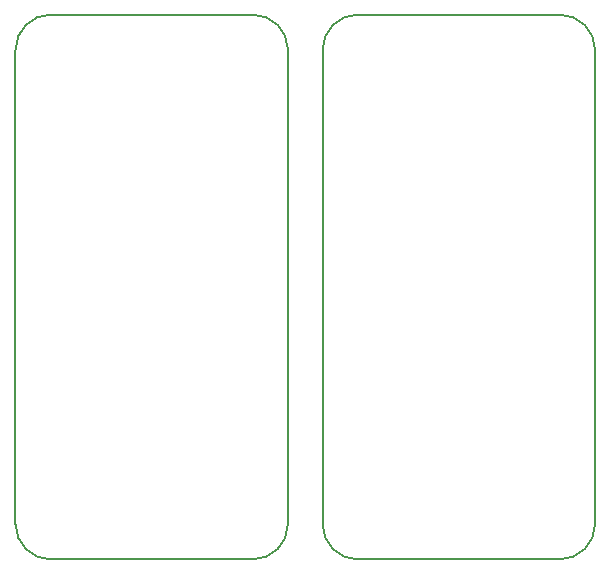
<source format=gm1>
%MOIN*%
%OFA0B0*%
%FSLAX46Y46*%
%IPPOS*%
%LPD*%
%ADD10C,0.005905511811023622*%
%ADD21C,0.005905511811023622*%
%LPD*%
G01*
D10*
X0000830471Y0000033368D02*
G75*
G03*
X0000948582Y0000151479I0000000000J0000118110D01*
G01*
X0000158109Y0000033368D02*
X0000830471Y0000033368D01*
X0000948582Y0000151479D02*
X0000948582Y0001731653D01*
X0000158109Y0001849763D02*
G75*
G03*
X0000039999Y0001731653I0000000000J-0000118110D01*
G01*
X0000830471Y0001849763D02*
X0000158109Y0001849763D01*
X0000948582Y0001731653D02*
G75*
G03*
X0000830471Y0001849763I-0000118110J0000000000D01*
G01*
X0000039999Y0000151479D02*
G75*
G03*
X0000158109Y0000033368I0000118110J0000000000D01*
G01*
X0000039999Y0001731653D02*
X0000039999Y0000151479D01*
G04 next file*
%LPD*%
G04 Gerber Fmt 4.6, Leading zero omitted, Abs format (unit mm)*
G04 Created by KiCad (PCBNEW (6.0.0)) date 2022-03-13 20:33:56*
G01*
G04 APERTURE LIST*
G04 APERTURE END LIST*
D21*
X0001854093Y0000033368D02*
G75*
G03*
X0001972204Y0000151479I0000000000J0000118110D01*
G01*
X0001972204Y0001731578D02*
G75*
G03*
X0001854093Y0001849688I-0000118110J0000000000D01*
G01*
X0001181731Y0001849688D02*
G75*
G03*
X0001063621Y0001731578I0000000000J-0000118110D01*
G01*
X0001063621Y0001731578D02*
X0001063621Y0000151479D01*
X0001854093Y0001849688D02*
X0001181731Y0001849688D01*
X0001972204Y0000151479D02*
X0001972204Y0001731578D01*
X0001181731Y0000033368D02*
X0001854093Y0000033368D01*
X0001063621Y0000151479D02*
G75*
G03*
X0001181731Y0000033368I0000118110J0000000000D01*
G01*
M02*
</source>
